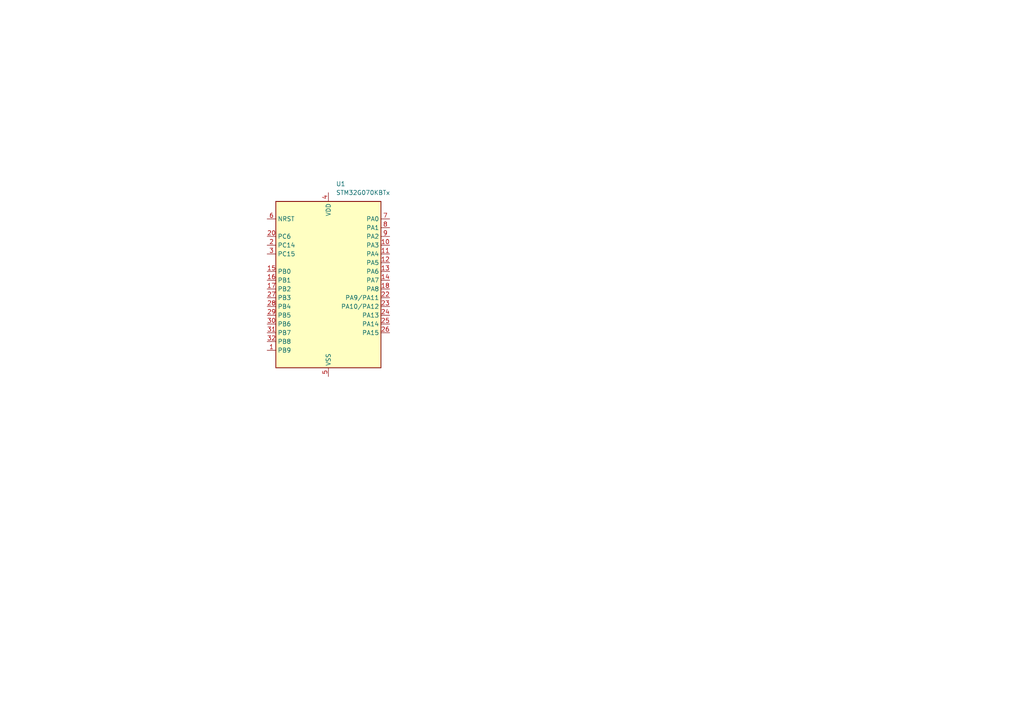
<source format=kicad_sch>
(kicad_sch (version 20231120) (generator "eeschema") (generator_version "8.0")
  (paper "A4")
  (lib_symbols
    (symbol "MCU_ST_STM32G0:STM32G070KBTx"
      (property "Reference" "U" (at -15.24 26.67 0))
      (property "Value" "STM32G070KBTx" (at 2.54 26.67 0))
      (symbol "STM32G070KBTx_0_1"
        (rectangle (start -15.24 -22.86) (end 15.24 25.4) (stroke (width 0.254)) (fill (type background)))
      )
      (symbol "STM32G070KBTx_1_1"
        (pin bidirectional line (at -17.78 -17.78 0) (length 2.54) (name "PB9") (number "1"))
        (pin bidirectional line (at 17.78 12.7 180) (length 2.54) (name "PA3") (number "10"))
        (pin bidirectional line (at 17.78 10.16 180) (length 2.54) (name "PA4") (number "11"))
        (pin bidirectional line (at 17.78 7.62 180) (length 2.54) (name "PA5") (number "12"))
        (pin bidirectional line (at 17.78 5.08 180) (length 2.54) (name "PA6") (number "13"))
        (pin bidirectional line (at 17.78 2.54 180) (length 2.54) (name "PA7") (number "14"))
        (pin bidirectional line (at -17.78 5.08 0) (length 2.54) (name "PB0") (number "15"))
        (pin bidirectional line (at -17.78 2.54 0) (length 2.54) (name "PB1") (number "16"))
        (pin bidirectional line (at -17.78 0 0) (length 2.54) (name "PB2") (number "17"))
        (pin bidirectional line (at 17.78 0 180) (length 2.54) (name "PA8") (number "18"))
        (pin no_connect line (at -15.24 -22.86 0) (length 2.54) hide (name "NC/PA9") (number "19"))
        (pin bidirectional line (at -17.78 12.7 0) (length 2.54) (name "PC14") (number "2"))
        (pin bidirectional line (at -17.78 15.24 0) (length 2.54) (name "PC6") (number "20"))
        (pin no_connect line (at -15.24 -20.32 0) (length 2.54) hide (name "NC/PA10") (number "21"))
        (pin bidirectional line (at 17.78 -2.54 180) (length 2.54) (name "PA9/PA11") (number "22"))
        (pin bidirectional line (at 17.78 -5.08 180) (length 2.54) (name "PA10/PA12") (number "23"))
        (pin bidirectional line (at 17.78 -7.62 180) (length 2.54) (name "PA13") (number "24"))
        (pin bidirectional line (at 17.78 -10.16 180) (length 2.54) (name "PA14") (number "25"))
        (pin bidirectional line (at 17.78 -12.7 180) (length 2.54) (name "PA15") (number "26"))
        (pin bidirectional line (at -17.78 -2.54 0) (length 2.54) (name "PB3") (number "27"))
        (pin bidirectional line (at -17.78 -5.08 0) (length 2.54) (name "PB4") (number "28"))
        (pin bidirectional line (at -17.78 -7.62 0) (length 2.54) (name "PB5") (number "29"))
        (pin bidirectional line (at -17.78 10.16 0) (length 2.54) (name "PC15") (number "3"))
        (pin bidirectional line (at -17.78 -10.16 0) (length 2.54) (name "PB6") (number "30"))
        (pin bidirectional line (at -17.78 -12.7 0) (length 2.54) (name "PB7") (number "31"))
        (pin bidirectional line (at -17.78 -15.24 0) (length 2.54) (name "PB8") (number "32"))
        (pin power_in line (at 0 27.94 270) (length 2.54) (name "VDD") (number "4"))
        (pin power_in line (at 0 -25.4 90) (length 2.54) (name "VSS") (number "5"))
        (pin input line (at -17.78 20.32 0) (length 2.54) (name "NRST") (number "6"))
        (pin bidirectional line (at 17.78 20.32 180) (length 2.54) (name "PA0") (number "7"))
        (pin bidirectional line (at 17.78 17.78 180) (length 2.54) (name "PA1") (number "8"))
        (pin bidirectional line (at 17.78 15.24 180) (length 2.54) (name "PA2") (number "9"))
      )
    )
  )
  (symbol (lib_id "MCU_ST_STM32G0:STM32G070KBTx") (at 95.25 83.82 0) (unit 1)
    (property "Reference" "U1" (at 97.4441 53.34 0) (effects (justify left)))
    (property "Value" "STM32G070KBTx" (at 97.4441 55.88 0) (effects (justify left)))
    (property "Footprint" "Package_QFP:LQFP-32_7x7mm_P0.8mm" (effects (hide yes)))
    (property "Datasheet" "https://www.st.com/resource/en/datasheet/stm32g070kb.pdf" (effects (hide yes)))
    (property "Description" "STMicroelectronics Arm Cortex-M0+ MCU, 128KB flash, 36KB RAM, 64 MHz, 2.0-3.6V, 29 GPIO, LQFP32" (effects (hide yes)))
  )
)
</source>
